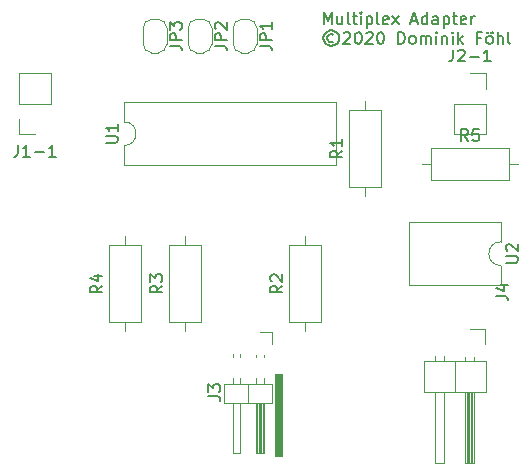
<source format=gbr>
G04 #@! TF.GenerationSoftware,KiCad,Pcbnew,(5.1.5)-3*
G04 #@! TF.CreationDate,2020-06-02T00:14:10+02:00*
G04 #@! TF.ProjectId,Multiplex,4d756c74-6970-46c6-9578-2e6b69636164,rev?*
G04 #@! TF.SameCoordinates,Original*
G04 #@! TF.FileFunction,Legend,Top*
G04 #@! TF.FilePolarity,Positive*
%FSLAX46Y46*%
G04 Gerber Fmt 4.6, Leading zero omitted, Abs format (unit mm)*
G04 Created by KiCad (PCBNEW (5.1.5)-3) date 2020-06-02 00:14:10*
%MOMM*%
%LPD*%
G04 APERTURE LIST*
%ADD10C,0.100000*%
%ADD11C,0.150000*%
%ADD12C,0.120000*%
G04 APERTURE END LIST*
D10*
G36*
X161925000Y-130175000D02*
G01*
X161290000Y-130175000D01*
X161290000Y-123190000D01*
X161925000Y-123190000D01*
X161925000Y-130175000D01*
G37*
X161925000Y-130175000D02*
X161290000Y-130175000D01*
X161290000Y-123190000D01*
X161925000Y-123190000D01*
X161925000Y-130175000D01*
D11*
X165435595Y-93607380D02*
X165435595Y-92607380D01*
X165768928Y-93321666D01*
X166102261Y-92607380D01*
X166102261Y-93607380D01*
X167007023Y-92940714D02*
X167007023Y-93607380D01*
X166578452Y-92940714D02*
X166578452Y-93464523D01*
X166626071Y-93559761D01*
X166721309Y-93607380D01*
X166864166Y-93607380D01*
X166959404Y-93559761D01*
X167007023Y-93512142D01*
X167626071Y-93607380D02*
X167530833Y-93559761D01*
X167483214Y-93464523D01*
X167483214Y-92607380D01*
X167864166Y-92940714D02*
X168245119Y-92940714D01*
X168007023Y-92607380D02*
X168007023Y-93464523D01*
X168054642Y-93559761D01*
X168149880Y-93607380D01*
X168245119Y-93607380D01*
X168578452Y-93607380D02*
X168578452Y-92940714D01*
X168578452Y-92607380D02*
X168530833Y-92655000D01*
X168578452Y-92702619D01*
X168626071Y-92655000D01*
X168578452Y-92607380D01*
X168578452Y-92702619D01*
X169054642Y-92940714D02*
X169054642Y-93940714D01*
X169054642Y-92988333D02*
X169149880Y-92940714D01*
X169340357Y-92940714D01*
X169435595Y-92988333D01*
X169483214Y-93035952D01*
X169530833Y-93131190D01*
X169530833Y-93416904D01*
X169483214Y-93512142D01*
X169435595Y-93559761D01*
X169340357Y-93607380D01*
X169149880Y-93607380D01*
X169054642Y-93559761D01*
X170102261Y-93607380D02*
X170007023Y-93559761D01*
X169959404Y-93464523D01*
X169959404Y-92607380D01*
X170864166Y-93559761D02*
X170768928Y-93607380D01*
X170578452Y-93607380D01*
X170483214Y-93559761D01*
X170435595Y-93464523D01*
X170435595Y-93083571D01*
X170483214Y-92988333D01*
X170578452Y-92940714D01*
X170768928Y-92940714D01*
X170864166Y-92988333D01*
X170911785Y-93083571D01*
X170911785Y-93178809D01*
X170435595Y-93274047D01*
X171245119Y-93607380D02*
X171768928Y-92940714D01*
X171245119Y-92940714D02*
X171768928Y-93607380D01*
X172864166Y-93321666D02*
X173340357Y-93321666D01*
X172768928Y-93607380D02*
X173102261Y-92607380D01*
X173435595Y-93607380D01*
X174197500Y-93607380D02*
X174197500Y-92607380D01*
X174197500Y-93559761D02*
X174102261Y-93607380D01*
X173911785Y-93607380D01*
X173816547Y-93559761D01*
X173768928Y-93512142D01*
X173721309Y-93416904D01*
X173721309Y-93131190D01*
X173768928Y-93035952D01*
X173816547Y-92988333D01*
X173911785Y-92940714D01*
X174102261Y-92940714D01*
X174197500Y-92988333D01*
X175102261Y-93607380D02*
X175102261Y-93083571D01*
X175054642Y-92988333D01*
X174959404Y-92940714D01*
X174768928Y-92940714D01*
X174673690Y-92988333D01*
X175102261Y-93559761D02*
X175007023Y-93607380D01*
X174768928Y-93607380D01*
X174673690Y-93559761D01*
X174626071Y-93464523D01*
X174626071Y-93369285D01*
X174673690Y-93274047D01*
X174768928Y-93226428D01*
X175007023Y-93226428D01*
X175102261Y-93178809D01*
X175578452Y-92940714D02*
X175578452Y-93940714D01*
X175578452Y-92988333D02*
X175673690Y-92940714D01*
X175864166Y-92940714D01*
X175959404Y-92988333D01*
X176007023Y-93035952D01*
X176054642Y-93131190D01*
X176054642Y-93416904D01*
X176007023Y-93512142D01*
X175959404Y-93559761D01*
X175864166Y-93607380D01*
X175673690Y-93607380D01*
X175578452Y-93559761D01*
X176340357Y-92940714D02*
X176721309Y-92940714D01*
X176483214Y-92607380D02*
X176483214Y-93464523D01*
X176530833Y-93559761D01*
X176626071Y-93607380D01*
X176721309Y-93607380D01*
X177435595Y-93559761D02*
X177340357Y-93607380D01*
X177149880Y-93607380D01*
X177054642Y-93559761D01*
X177007023Y-93464523D01*
X177007023Y-93083571D01*
X177054642Y-92988333D01*
X177149880Y-92940714D01*
X177340357Y-92940714D01*
X177435595Y-92988333D01*
X177483214Y-93083571D01*
X177483214Y-93178809D01*
X177007023Y-93274047D01*
X177911785Y-93607380D02*
X177911785Y-92940714D01*
X177911785Y-93131190D02*
X177959404Y-93035952D01*
X178007023Y-92988333D01*
X178102261Y-92940714D01*
X178197500Y-92940714D01*
X166245119Y-94495476D02*
X166149880Y-94447857D01*
X165959404Y-94447857D01*
X165864166Y-94495476D01*
X165768928Y-94590714D01*
X165721309Y-94685952D01*
X165721309Y-94876428D01*
X165768928Y-94971666D01*
X165864166Y-95066904D01*
X165959404Y-95114523D01*
X166149880Y-95114523D01*
X166245119Y-95066904D01*
X166054642Y-94114523D02*
X165816547Y-94162142D01*
X165578452Y-94305000D01*
X165435595Y-94543095D01*
X165387976Y-94781190D01*
X165435595Y-95019285D01*
X165578452Y-95257380D01*
X165816547Y-95400238D01*
X166054642Y-95447857D01*
X166292738Y-95400238D01*
X166530833Y-95257380D01*
X166673690Y-95019285D01*
X166721309Y-94781190D01*
X166673690Y-94543095D01*
X166530833Y-94305000D01*
X166292738Y-94162142D01*
X166054642Y-94114523D01*
X167102261Y-94352619D02*
X167149880Y-94305000D01*
X167245119Y-94257380D01*
X167483214Y-94257380D01*
X167578452Y-94305000D01*
X167626071Y-94352619D01*
X167673690Y-94447857D01*
X167673690Y-94543095D01*
X167626071Y-94685952D01*
X167054642Y-95257380D01*
X167673690Y-95257380D01*
X168292738Y-94257380D02*
X168387976Y-94257380D01*
X168483214Y-94305000D01*
X168530833Y-94352619D01*
X168578452Y-94447857D01*
X168626071Y-94638333D01*
X168626071Y-94876428D01*
X168578452Y-95066904D01*
X168530833Y-95162142D01*
X168483214Y-95209761D01*
X168387976Y-95257380D01*
X168292738Y-95257380D01*
X168197500Y-95209761D01*
X168149880Y-95162142D01*
X168102261Y-95066904D01*
X168054642Y-94876428D01*
X168054642Y-94638333D01*
X168102261Y-94447857D01*
X168149880Y-94352619D01*
X168197500Y-94305000D01*
X168292738Y-94257380D01*
X169007023Y-94352619D02*
X169054642Y-94305000D01*
X169149880Y-94257380D01*
X169387976Y-94257380D01*
X169483214Y-94305000D01*
X169530833Y-94352619D01*
X169578452Y-94447857D01*
X169578452Y-94543095D01*
X169530833Y-94685952D01*
X168959404Y-95257380D01*
X169578452Y-95257380D01*
X170197500Y-94257380D02*
X170292738Y-94257380D01*
X170387976Y-94305000D01*
X170435595Y-94352619D01*
X170483214Y-94447857D01*
X170530833Y-94638333D01*
X170530833Y-94876428D01*
X170483214Y-95066904D01*
X170435595Y-95162142D01*
X170387976Y-95209761D01*
X170292738Y-95257380D01*
X170197500Y-95257380D01*
X170102261Y-95209761D01*
X170054642Y-95162142D01*
X170007023Y-95066904D01*
X169959404Y-94876428D01*
X169959404Y-94638333D01*
X170007023Y-94447857D01*
X170054642Y-94352619D01*
X170102261Y-94305000D01*
X170197500Y-94257380D01*
X171721309Y-95257380D02*
X171721309Y-94257380D01*
X171959404Y-94257380D01*
X172102261Y-94305000D01*
X172197500Y-94400238D01*
X172245119Y-94495476D01*
X172292738Y-94685952D01*
X172292738Y-94828809D01*
X172245119Y-95019285D01*
X172197500Y-95114523D01*
X172102261Y-95209761D01*
X171959404Y-95257380D01*
X171721309Y-95257380D01*
X172864166Y-95257380D02*
X172768928Y-95209761D01*
X172721309Y-95162142D01*
X172673690Y-95066904D01*
X172673690Y-94781190D01*
X172721309Y-94685952D01*
X172768928Y-94638333D01*
X172864166Y-94590714D01*
X173007023Y-94590714D01*
X173102261Y-94638333D01*
X173149880Y-94685952D01*
X173197500Y-94781190D01*
X173197500Y-95066904D01*
X173149880Y-95162142D01*
X173102261Y-95209761D01*
X173007023Y-95257380D01*
X172864166Y-95257380D01*
X173626071Y-95257380D02*
X173626071Y-94590714D01*
X173626071Y-94685952D02*
X173673690Y-94638333D01*
X173768928Y-94590714D01*
X173911785Y-94590714D01*
X174007023Y-94638333D01*
X174054642Y-94733571D01*
X174054642Y-95257380D01*
X174054642Y-94733571D02*
X174102261Y-94638333D01*
X174197500Y-94590714D01*
X174340357Y-94590714D01*
X174435595Y-94638333D01*
X174483214Y-94733571D01*
X174483214Y-95257380D01*
X174959404Y-95257380D02*
X174959404Y-94590714D01*
X174959404Y-94257380D02*
X174911785Y-94305000D01*
X174959404Y-94352619D01*
X175007023Y-94305000D01*
X174959404Y-94257380D01*
X174959404Y-94352619D01*
X175435595Y-94590714D02*
X175435595Y-95257380D01*
X175435595Y-94685952D02*
X175483214Y-94638333D01*
X175578452Y-94590714D01*
X175721309Y-94590714D01*
X175816547Y-94638333D01*
X175864166Y-94733571D01*
X175864166Y-95257380D01*
X176340357Y-95257380D02*
X176340357Y-94590714D01*
X176340357Y-94257380D02*
X176292738Y-94305000D01*
X176340357Y-94352619D01*
X176387976Y-94305000D01*
X176340357Y-94257380D01*
X176340357Y-94352619D01*
X176816547Y-95257380D02*
X176816547Y-94257380D01*
X176911785Y-94876428D02*
X177197500Y-95257380D01*
X177197500Y-94590714D02*
X176816547Y-94971666D01*
X178721309Y-94733571D02*
X178387976Y-94733571D01*
X178387976Y-95257380D02*
X178387976Y-94257380D01*
X178864166Y-94257380D01*
X179387976Y-95257380D02*
X179292738Y-95209761D01*
X179245119Y-95162142D01*
X179197500Y-95066904D01*
X179197500Y-94781190D01*
X179245119Y-94685952D01*
X179292738Y-94638333D01*
X179387976Y-94590714D01*
X179530833Y-94590714D01*
X179626071Y-94638333D01*
X179673690Y-94685952D01*
X179721309Y-94781190D01*
X179721309Y-95066904D01*
X179673690Y-95162142D01*
X179626071Y-95209761D01*
X179530833Y-95257380D01*
X179387976Y-95257380D01*
X179292738Y-94257380D02*
X179340357Y-94305000D01*
X179292738Y-94352619D01*
X179245119Y-94305000D01*
X179292738Y-94257380D01*
X179292738Y-94352619D01*
X179673690Y-94257380D02*
X179721309Y-94305000D01*
X179673690Y-94352619D01*
X179626071Y-94305000D01*
X179673690Y-94257380D01*
X179673690Y-94352619D01*
X180149880Y-95257380D02*
X180149880Y-94257380D01*
X180578452Y-95257380D02*
X180578452Y-94733571D01*
X180530833Y-94638333D01*
X180435595Y-94590714D01*
X180292738Y-94590714D01*
X180197500Y-94638333D01*
X180149880Y-94685952D01*
X181197500Y-95257380D02*
X181102261Y-95209761D01*
X181054642Y-95114523D01*
X181054642Y-94257380D01*
D12*
X148530000Y-100220000D02*
X148530000Y-101870000D01*
X166430000Y-100220000D02*
X148530000Y-100220000D01*
X166430000Y-105520000D02*
X166430000Y-100220000D01*
X148530000Y-105520000D02*
X166430000Y-105520000D01*
X148530000Y-103870000D02*
X148530000Y-105520000D01*
X148530000Y-101870000D02*
G75*
G02X148530000Y-103870000I0J-1000000D01*
G01*
X181840000Y-105410000D02*
X181070000Y-105410000D01*
X173760000Y-105410000D02*
X174530000Y-105410000D01*
X181070000Y-104040000D02*
X174530000Y-104040000D01*
X181070000Y-106780000D02*
X181070000Y-104040000D01*
X174530000Y-106780000D02*
X181070000Y-106780000D01*
X174530000Y-104040000D02*
X174530000Y-106780000D01*
X179070000Y-119380000D02*
X179070000Y-120650000D01*
X177800000Y-119380000D02*
X179070000Y-119380000D01*
X174880000Y-121692929D02*
X174880000Y-122090000D01*
X175640000Y-121692929D02*
X175640000Y-122090000D01*
X174880000Y-130750000D02*
X174880000Y-124750000D01*
X175640000Y-130750000D02*
X174880000Y-130750000D01*
X175640000Y-124750000D02*
X175640000Y-130750000D01*
X176530000Y-122090000D02*
X176530000Y-124750000D01*
X177420000Y-121760000D02*
X177420000Y-122090000D01*
X178180000Y-121760000D02*
X178180000Y-122090000D01*
X177520000Y-124750000D02*
X177520000Y-130750000D01*
X177640000Y-124750000D02*
X177640000Y-130750000D01*
X177760000Y-124750000D02*
X177760000Y-130750000D01*
X177880000Y-124750000D02*
X177880000Y-130750000D01*
X178000000Y-124750000D02*
X178000000Y-130750000D01*
X178120000Y-124750000D02*
X178120000Y-130750000D01*
X177420000Y-130750000D02*
X177420000Y-124750000D01*
X178180000Y-130750000D02*
X177420000Y-130750000D01*
X178180000Y-124750000D02*
X178180000Y-130750000D01*
X179130000Y-124750000D02*
X179130000Y-122090000D01*
X173930000Y-124750000D02*
X179130000Y-124750000D01*
X173930000Y-122090000D02*
X173930000Y-124750000D01*
X179130000Y-122090000D02*
X173930000Y-122090000D01*
X180400000Y-115680000D02*
X180400000Y-114030000D01*
X172660000Y-115680000D02*
X180400000Y-115680000D01*
X172660000Y-110380000D02*
X172660000Y-115680000D01*
X180400000Y-110380000D02*
X172660000Y-110380000D01*
X180400000Y-112030000D02*
X180400000Y-110380000D01*
X180400000Y-114030000D02*
G75*
G02X180400000Y-112030000I0J1000000D01*
G01*
X148590000Y-111530000D02*
X148590000Y-112300000D01*
X148590000Y-119610000D02*
X148590000Y-118840000D01*
X147220000Y-112300000D02*
X147220000Y-118840000D01*
X149960000Y-112300000D02*
X147220000Y-112300000D01*
X149960000Y-118840000D02*
X149960000Y-112300000D01*
X147220000Y-118840000D02*
X149960000Y-118840000D01*
X153670000Y-111530000D02*
X153670000Y-112300000D01*
X153670000Y-119610000D02*
X153670000Y-118840000D01*
X152300000Y-112300000D02*
X152300000Y-118840000D01*
X155040000Y-112300000D02*
X152300000Y-112300000D01*
X155040000Y-118840000D02*
X155040000Y-112300000D01*
X152300000Y-118840000D02*
X155040000Y-118840000D01*
X163830000Y-111530000D02*
X163830000Y-112300000D01*
X163830000Y-119610000D02*
X163830000Y-118840000D01*
X162460000Y-112300000D02*
X162460000Y-118840000D01*
X165200000Y-112300000D02*
X162460000Y-112300000D01*
X165200000Y-118840000D02*
X165200000Y-112300000D01*
X162460000Y-118840000D02*
X165200000Y-118840000D01*
X168910000Y-100100000D02*
X168910000Y-100870000D01*
X168910000Y-108180000D02*
X168910000Y-107410000D01*
X167540000Y-100870000D02*
X167540000Y-107410000D01*
X170280000Y-100870000D02*
X167540000Y-100870000D01*
X170280000Y-107410000D02*
X170280000Y-100870000D01*
X167540000Y-107410000D02*
X170280000Y-107410000D01*
X152130000Y-93900000D02*
X152130000Y-95300000D01*
X151430000Y-96000000D02*
X150830000Y-96000000D01*
X150130000Y-95300000D02*
X150130000Y-93900000D01*
X150830000Y-93200000D02*
X151430000Y-93200000D01*
X151430000Y-93200000D02*
G75*
G02X152130000Y-93900000I0J-700000D01*
G01*
X150130000Y-93900000D02*
G75*
G02X150830000Y-93200000I700000J0D01*
G01*
X150830000Y-96000000D02*
G75*
G02X150130000Y-95300000I0J700000D01*
G01*
X152130000Y-95300000D02*
G75*
G02X151430000Y-96000000I-700000J0D01*
G01*
X155940000Y-93900000D02*
X155940000Y-95300000D01*
X155240000Y-96000000D02*
X154640000Y-96000000D01*
X153940000Y-95300000D02*
X153940000Y-93900000D01*
X154640000Y-93200000D02*
X155240000Y-93200000D01*
X155240000Y-93200000D02*
G75*
G02X155940000Y-93900000I0J-700000D01*
G01*
X153940000Y-93900000D02*
G75*
G02X154640000Y-93200000I700000J0D01*
G01*
X154640000Y-96000000D02*
G75*
G02X153940000Y-95300000I0J700000D01*
G01*
X155940000Y-95300000D02*
G75*
G02X155240000Y-96000000I-700000J0D01*
G01*
X159750000Y-93900000D02*
X159750000Y-95300000D01*
X159050000Y-96000000D02*
X158450000Y-96000000D01*
X157750000Y-95300000D02*
X157750000Y-93900000D01*
X158450000Y-93200000D02*
X159050000Y-93200000D01*
X159050000Y-93200000D02*
G75*
G02X159750000Y-93900000I0J-700000D01*
G01*
X157750000Y-93900000D02*
G75*
G02X158450000Y-93200000I700000J0D01*
G01*
X158450000Y-96000000D02*
G75*
G02X157750000Y-95300000I0J700000D01*
G01*
X159750000Y-95300000D02*
G75*
G02X159050000Y-96000000I-700000J0D01*
G01*
X177800000Y-97730000D02*
X179130000Y-97730000D01*
X179130000Y-97730000D02*
X179130000Y-99060000D01*
X179130000Y-100330000D02*
X179130000Y-102930000D01*
X176470000Y-102930000D02*
X179130000Y-102930000D01*
X176470000Y-100330000D02*
X176470000Y-102930000D01*
X176470000Y-100330000D02*
X179130000Y-100330000D01*
X140970000Y-102930000D02*
X139640000Y-102930000D01*
X139640000Y-102930000D02*
X139640000Y-101600000D01*
X139640000Y-100330000D02*
X139640000Y-97730000D01*
X142300000Y-97730000D02*
X139640000Y-97730000D01*
X142300000Y-100330000D02*
X142300000Y-97730000D01*
X142300000Y-100330000D02*
X139640000Y-100330000D01*
X161020000Y-119650000D02*
X161020000Y-120650000D01*
X160020000Y-119650000D02*
X161020000Y-119650000D01*
X157710000Y-121532114D02*
X157710000Y-121767886D01*
X158330000Y-121532114D02*
X158330000Y-121767886D01*
X157710000Y-123532114D02*
X157710000Y-124090000D01*
X158330000Y-123532114D02*
X158330000Y-124090000D01*
X157710000Y-129910000D02*
X157710000Y-125710000D01*
X158330000Y-129910000D02*
X157710000Y-129910000D01*
X158330000Y-125710000D02*
X158330000Y-129910000D01*
X159020000Y-124090000D02*
X159020000Y-125710000D01*
X159710000Y-121585000D02*
X159710000Y-121767886D01*
X160330000Y-121585000D02*
X160330000Y-121767886D01*
X159710000Y-123532114D02*
X159710000Y-124090000D01*
X160330000Y-123532114D02*
X160330000Y-124090000D01*
X159790000Y-125710000D02*
X159790000Y-129910000D01*
X159910000Y-125710000D02*
X159910000Y-129910000D01*
X160030000Y-125710000D02*
X160030000Y-129910000D01*
X160150000Y-125710000D02*
X160150000Y-129910000D01*
X160270000Y-125710000D02*
X160270000Y-129910000D01*
X159710000Y-129910000D02*
X159710000Y-125710000D01*
X160330000Y-129910000D02*
X159710000Y-129910000D01*
X160330000Y-125710000D02*
X160330000Y-129910000D01*
X161080000Y-125710000D02*
X161080000Y-124090000D01*
X156960000Y-125710000D02*
X161080000Y-125710000D01*
X156960000Y-124090000D02*
X156960000Y-125710000D01*
X161080000Y-124090000D02*
X156960000Y-124090000D01*
D11*
X146982380Y-103631904D02*
X147791904Y-103631904D01*
X147887142Y-103584285D01*
X147934761Y-103536666D01*
X147982380Y-103441428D01*
X147982380Y-103250952D01*
X147934761Y-103155714D01*
X147887142Y-103108095D01*
X147791904Y-103060476D01*
X146982380Y-103060476D01*
X147982380Y-102060476D02*
X147982380Y-102631904D01*
X147982380Y-102346190D02*
X146982380Y-102346190D01*
X147125238Y-102441428D01*
X147220476Y-102536666D01*
X147268095Y-102631904D01*
X177633333Y-103492380D02*
X177300000Y-103016190D01*
X177061904Y-103492380D02*
X177061904Y-102492380D01*
X177442857Y-102492380D01*
X177538095Y-102540000D01*
X177585714Y-102587619D01*
X177633333Y-102682857D01*
X177633333Y-102825714D01*
X177585714Y-102920952D01*
X177538095Y-102968571D01*
X177442857Y-103016190D01*
X177061904Y-103016190D01*
X178538095Y-102492380D02*
X178061904Y-102492380D01*
X178014285Y-102968571D01*
X178061904Y-102920952D01*
X178157142Y-102873333D01*
X178395238Y-102873333D01*
X178490476Y-102920952D01*
X178538095Y-102968571D01*
X178585714Y-103063809D01*
X178585714Y-103301904D01*
X178538095Y-103397142D01*
X178490476Y-103444761D01*
X178395238Y-103492380D01*
X178157142Y-103492380D01*
X178061904Y-103444761D01*
X178014285Y-103397142D01*
X180022380Y-116603333D02*
X180736666Y-116603333D01*
X180879523Y-116650952D01*
X180974761Y-116746190D01*
X181022380Y-116889047D01*
X181022380Y-116984285D01*
X180355714Y-115698571D02*
X181022380Y-115698571D01*
X179974761Y-115936666D02*
X180689047Y-116174761D01*
X180689047Y-115555714D01*
X180852380Y-113791904D02*
X181661904Y-113791904D01*
X181757142Y-113744285D01*
X181804761Y-113696666D01*
X181852380Y-113601428D01*
X181852380Y-113410952D01*
X181804761Y-113315714D01*
X181757142Y-113268095D01*
X181661904Y-113220476D01*
X180852380Y-113220476D01*
X180947619Y-112791904D02*
X180900000Y-112744285D01*
X180852380Y-112649047D01*
X180852380Y-112410952D01*
X180900000Y-112315714D01*
X180947619Y-112268095D01*
X181042857Y-112220476D01*
X181138095Y-112220476D01*
X181280952Y-112268095D01*
X181852380Y-112839523D01*
X181852380Y-112220476D01*
X146672380Y-115736666D02*
X146196190Y-116070000D01*
X146672380Y-116308095D02*
X145672380Y-116308095D01*
X145672380Y-115927142D01*
X145720000Y-115831904D01*
X145767619Y-115784285D01*
X145862857Y-115736666D01*
X146005714Y-115736666D01*
X146100952Y-115784285D01*
X146148571Y-115831904D01*
X146196190Y-115927142D01*
X146196190Y-116308095D01*
X146005714Y-114879523D02*
X146672380Y-114879523D01*
X145624761Y-115117619D02*
X146339047Y-115355714D01*
X146339047Y-114736666D01*
X151752380Y-115736666D02*
X151276190Y-116070000D01*
X151752380Y-116308095D02*
X150752380Y-116308095D01*
X150752380Y-115927142D01*
X150800000Y-115831904D01*
X150847619Y-115784285D01*
X150942857Y-115736666D01*
X151085714Y-115736666D01*
X151180952Y-115784285D01*
X151228571Y-115831904D01*
X151276190Y-115927142D01*
X151276190Y-116308095D01*
X150752380Y-115403333D02*
X150752380Y-114784285D01*
X151133333Y-115117619D01*
X151133333Y-114974761D01*
X151180952Y-114879523D01*
X151228571Y-114831904D01*
X151323809Y-114784285D01*
X151561904Y-114784285D01*
X151657142Y-114831904D01*
X151704761Y-114879523D01*
X151752380Y-114974761D01*
X151752380Y-115260476D01*
X151704761Y-115355714D01*
X151657142Y-115403333D01*
X161912380Y-115736666D02*
X161436190Y-116070000D01*
X161912380Y-116308095D02*
X160912380Y-116308095D01*
X160912380Y-115927142D01*
X160960000Y-115831904D01*
X161007619Y-115784285D01*
X161102857Y-115736666D01*
X161245714Y-115736666D01*
X161340952Y-115784285D01*
X161388571Y-115831904D01*
X161436190Y-115927142D01*
X161436190Y-116308095D01*
X161007619Y-115355714D02*
X160960000Y-115308095D01*
X160912380Y-115212857D01*
X160912380Y-114974761D01*
X160960000Y-114879523D01*
X161007619Y-114831904D01*
X161102857Y-114784285D01*
X161198095Y-114784285D01*
X161340952Y-114831904D01*
X161912380Y-115403333D01*
X161912380Y-114784285D01*
X166992380Y-104306666D02*
X166516190Y-104640000D01*
X166992380Y-104878095D02*
X165992380Y-104878095D01*
X165992380Y-104497142D01*
X166040000Y-104401904D01*
X166087619Y-104354285D01*
X166182857Y-104306666D01*
X166325714Y-104306666D01*
X166420952Y-104354285D01*
X166468571Y-104401904D01*
X166516190Y-104497142D01*
X166516190Y-104878095D01*
X166992380Y-103354285D02*
X166992380Y-103925714D01*
X166992380Y-103640000D02*
X165992380Y-103640000D01*
X166135238Y-103735238D01*
X166230476Y-103830476D01*
X166278095Y-103925714D01*
X152382380Y-95433333D02*
X153096666Y-95433333D01*
X153239523Y-95480952D01*
X153334761Y-95576190D01*
X153382380Y-95719047D01*
X153382380Y-95814285D01*
X153382380Y-94957142D02*
X152382380Y-94957142D01*
X152382380Y-94576190D01*
X152430000Y-94480952D01*
X152477619Y-94433333D01*
X152572857Y-94385714D01*
X152715714Y-94385714D01*
X152810952Y-94433333D01*
X152858571Y-94480952D01*
X152906190Y-94576190D01*
X152906190Y-94957142D01*
X152382380Y-94052380D02*
X152382380Y-93433333D01*
X152763333Y-93766666D01*
X152763333Y-93623809D01*
X152810952Y-93528571D01*
X152858571Y-93480952D01*
X152953809Y-93433333D01*
X153191904Y-93433333D01*
X153287142Y-93480952D01*
X153334761Y-93528571D01*
X153382380Y-93623809D01*
X153382380Y-93909523D01*
X153334761Y-94004761D01*
X153287142Y-94052380D01*
X156192380Y-95433333D02*
X156906666Y-95433333D01*
X157049523Y-95480952D01*
X157144761Y-95576190D01*
X157192380Y-95719047D01*
X157192380Y-95814285D01*
X157192380Y-94957142D02*
X156192380Y-94957142D01*
X156192380Y-94576190D01*
X156240000Y-94480952D01*
X156287619Y-94433333D01*
X156382857Y-94385714D01*
X156525714Y-94385714D01*
X156620952Y-94433333D01*
X156668571Y-94480952D01*
X156716190Y-94576190D01*
X156716190Y-94957142D01*
X156287619Y-94004761D02*
X156240000Y-93957142D01*
X156192380Y-93861904D01*
X156192380Y-93623809D01*
X156240000Y-93528571D01*
X156287619Y-93480952D01*
X156382857Y-93433333D01*
X156478095Y-93433333D01*
X156620952Y-93480952D01*
X157192380Y-94052380D01*
X157192380Y-93433333D01*
X160002380Y-95433333D02*
X160716666Y-95433333D01*
X160859523Y-95480952D01*
X160954761Y-95576190D01*
X161002380Y-95719047D01*
X161002380Y-95814285D01*
X161002380Y-94957142D02*
X160002380Y-94957142D01*
X160002380Y-94576190D01*
X160050000Y-94480952D01*
X160097619Y-94433333D01*
X160192857Y-94385714D01*
X160335714Y-94385714D01*
X160430952Y-94433333D01*
X160478571Y-94480952D01*
X160526190Y-94576190D01*
X160526190Y-94957142D01*
X161002380Y-93433333D02*
X161002380Y-94004761D01*
X161002380Y-93719047D02*
X160002380Y-93719047D01*
X160145238Y-93814285D01*
X160240476Y-93909523D01*
X160288095Y-94004761D01*
X176371428Y-95742380D02*
X176371428Y-96456666D01*
X176323809Y-96599523D01*
X176228571Y-96694761D01*
X176085714Y-96742380D01*
X175990476Y-96742380D01*
X176800000Y-95837619D02*
X176847619Y-95790000D01*
X176942857Y-95742380D01*
X177180952Y-95742380D01*
X177276190Y-95790000D01*
X177323809Y-95837619D01*
X177371428Y-95932857D01*
X177371428Y-96028095D01*
X177323809Y-96170952D01*
X176752380Y-96742380D01*
X177371428Y-96742380D01*
X177800000Y-96361428D02*
X178561904Y-96361428D01*
X179561904Y-96742380D02*
X178990476Y-96742380D01*
X179276190Y-96742380D02*
X179276190Y-95742380D01*
X179180952Y-95885238D01*
X179085714Y-95980476D01*
X178990476Y-96028095D01*
X139541428Y-103822380D02*
X139541428Y-104536666D01*
X139493809Y-104679523D01*
X139398571Y-104774761D01*
X139255714Y-104822380D01*
X139160476Y-104822380D01*
X140541428Y-104822380D02*
X139970000Y-104822380D01*
X140255714Y-104822380D02*
X140255714Y-103822380D01*
X140160476Y-103965238D01*
X140065238Y-104060476D01*
X139970000Y-104108095D01*
X140970000Y-104441428D02*
X141731904Y-104441428D01*
X142731904Y-104822380D02*
X142160476Y-104822380D01*
X142446190Y-104822380D02*
X142446190Y-103822380D01*
X142350952Y-103965238D01*
X142255714Y-104060476D01*
X142160476Y-104108095D01*
X155662380Y-125083333D02*
X156376666Y-125083333D01*
X156519523Y-125130952D01*
X156614761Y-125226190D01*
X156662380Y-125369047D01*
X156662380Y-125464285D01*
X155662380Y-124702380D02*
X155662380Y-124083333D01*
X156043333Y-124416666D01*
X156043333Y-124273809D01*
X156090952Y-124178571D01*
X156138571Y-124130952D01*
X156233809Y-124083333D01*
X156471904Y-124083333D01*
X156567142Y-124130952D01*
X156614761Y-124178571D01*
X156662380Y-124273809D01*
X156662380Y-124559523D01*
X156614761Y-124654761D01*
X156567142Y-124702380D01*
M02*

</source>
